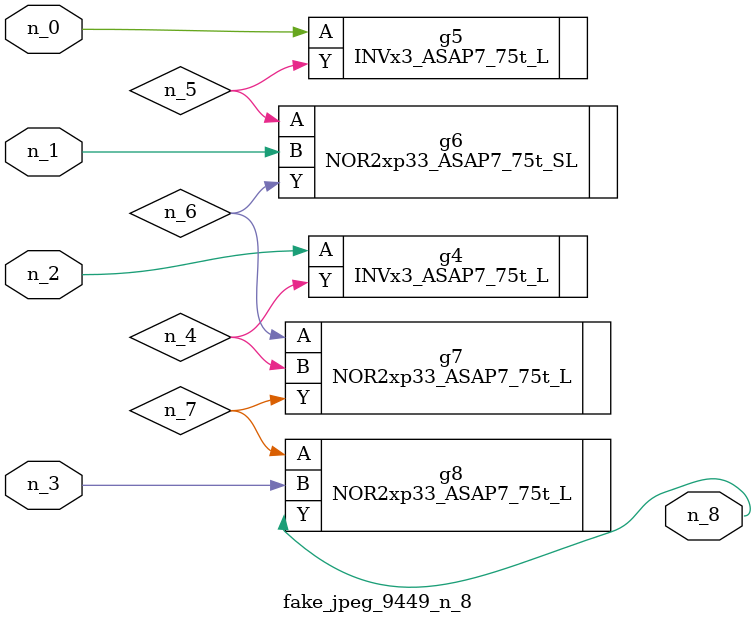
<source format=v>
module fake_jpeg_9449_n_8 (n_0, n_3, n_2, n_1, n_8);

input n_0;
input n_3;
input n_2;
input n_1;

output n_8;

wire n_4;
wire n_6;
wire n_5;
wire n_7;

INVx3_ASAP7_75t_L g4 ( 
.A(n_2),
.Y(n_4)
);

INVx3_ASAP7_75t_L g5 ( 
.A(n_0),
.Y(n_5)
);

NOR2xp33_ASAP7_75t_SL g6 ( 
.A(n_5),
.B(n_1),
.Y(n_6)
);

NOR2xp33_ASAP7_75t_L g7 ( 
.A(n_6),
.B(n_4),
.Y(n_7)
);

NOR2xp33_ASAP7_75t_L g8 ( 
.A(n_7),
.B(n_3),
.Y(n_8)
);


endmodule
</source>
